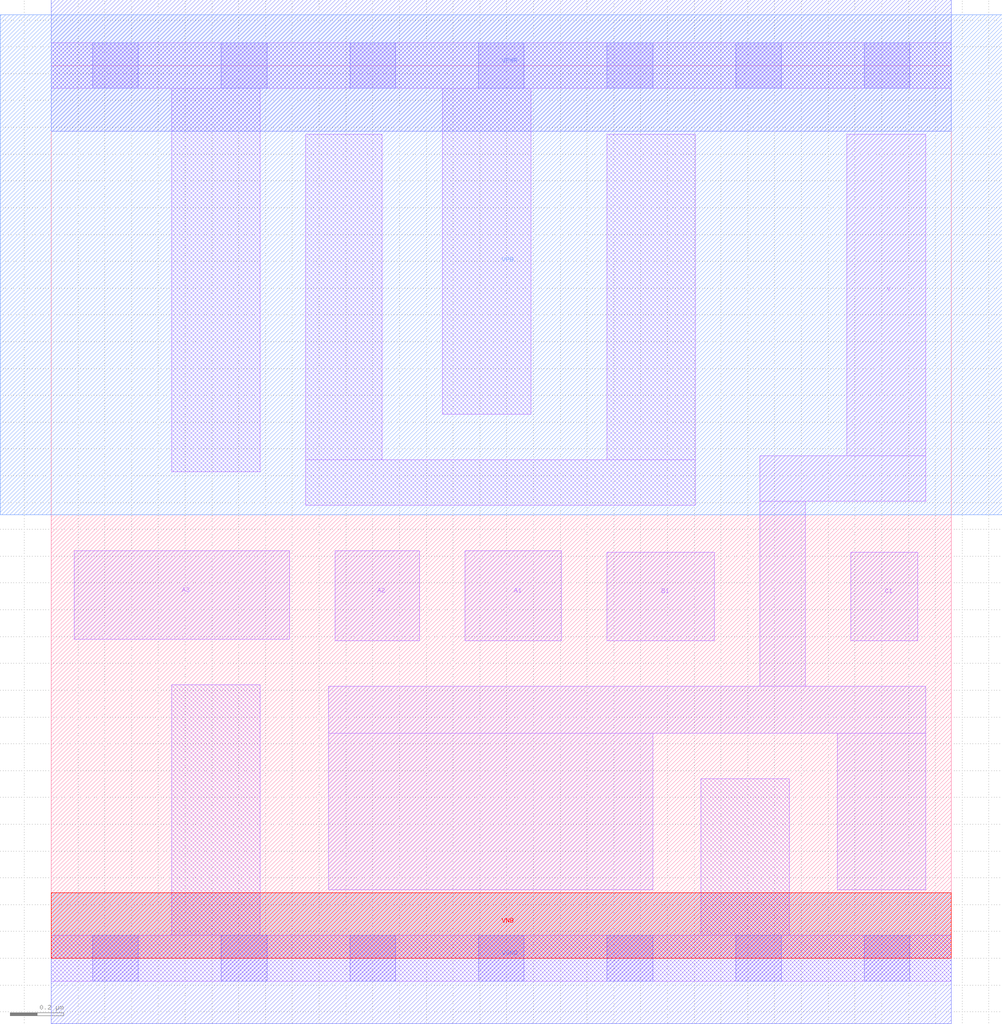
<source format=lef>
# Copyright 2020 The SkyWater PDK Authors
#
# Licensed under the Apache License, Version 2.0 (the "License");
# you may not use this file except in compliance with the License.
# You may obtain a copy of the License at
#
#     https://www.apache.org/licenses/LICENSE-2.0
#
# Unless required by applicable law or agreed to in writing, software
# distributed under the License is distributed on an "AS IS" BASIS,
# WITHOUT WARRANTIES OR CONDITIONS OF ANY KIND, either express or implied.
# See the License for the specific language governing permissions and
# limitations under the License.
#
# SPDX-License-Identifier: Apache-2.0

VERSION 5.7 ;
  NOWIREEXTENSIONATPIN ON ;
  DIVIDERCHAR "/" ;
  BUSBITCHARS "[]" ;
MACRO sky130_fd_sc_lp__a311oi_1
  CLASS CORE ;
  FOREIGN sky130_fd_sc_lp__a311oi_1 ;
  ORIGIN  0.000000  0.000000 ;
  SIZE  3.360000 BY  3.330000 ;
  SYMMETRY X Y R90 ;
  SITE unit ;
  PIN A1
    ANTENNAGATEAREA  0.315000 ;
    DIRECTION INPUT ;
    USE SIGNAL ;
    PORT
      LAYER li1 ;
        RECT 1.545000 1.185000 1.905000 1.520000 ;
    END
  END A1
  PIN A2
    ANTENNAGATEAREA  0.315000 ;
    DIRECTION INPUT ;
    USE SIGNAL ;
    PORT
      LAYER li1 ;
        RECT 1.060000 1.185000 1.375000 1.520000 ;
    END
  END A2
  PIN A3
    ANTENNAGATEAREA  0.315000 ;
    DIRECTION INPUT ;
    USE SIGNAL ;
    PORT
      LAYER li1 ;
        RECT 0.085000 1.190000 0.890000 1.520000 ;
    END
  END A3
  PIN B1
    ANTENNAGATEAREA  0.315000 ;
    DIRECTION INPUT ;
    USE SIGNAL ;
    PORT
      LAYER li1 ;
        RECT 2.075000 1.185000 2.475000 1.515000 ;
    END
  END B1
  PIN C1
    ANTENNAGATEAREA  0.315000 ;
    DIRECTION INPUT ;
    USE SIGNAL ;
    PORT
      LAYER li1 ;
        RECT 2.985000 1.185000 3.235000 1.515000 ;
    END
  END C1
  PIN Y
    ANTENNADIFFAREA  0.909300 ;
    DIRECTION OUTPUT ;
    USE SIGNAL ;
    PORT
      LAYER li1 ;
        RECT 1.035000 0.255000 2.245000 0.840000 ;
        RECT 1.035000 0.840000 3.265000 1.015000 ;
        RECT 2.645000 1.015000 2.815000 1.705000 ;
        RECT 2.645000 1.705000 3.265000 1.875000 ;
        RECT 2.935000 0.255000 3.265000 0.840000 ;
        RECT 2.970000 1.875000 3.265000 3.075000 ;
    END
  END Y
  PIN VGND
    DIRECTION INOUT ;
    USE GROUND ;
    PORT
      LAYER met1 ;
        RECT 0.000000 -0.245000 3.360000 0.245000 ;
    END
  END VGND
  PIN VNB
    DIRECTION INOUT ;
    USE GROUND ;
    PORT
      LAYER pwell ;
        RECT 0.000000 0.000000 3.360000 0.245000 ;
    END
  END VNB
  PIN VPB
    DIRECTION INOUT ;
    USE POWER ;
    PORT
      LAYER nwell ;
        RECT -0.190000 1.655000 3.550000 3.520000 ;
    END
  END VPB
  PIN VPWR
    DIRECTION INOUT ;
    USE POWER ;
    PORT
      LAYER met1 ;
        RECT 0.000000 3.085000 3.360000 3.575000 ;
    END
  END VPWR
  OBS
    LAYER li1 ;
      RECT 0.000000 -0.085000 3.360000 0.085000 ;
      RECT 0.000000  3.245000 3.360000 3.415000 ;
      RECT 0.450000  0.085000 0.780000 1.020000 ;
      RECT 0.450000  1.815000 0.780000 3.245000 ;
      RECT 0.950000  1.690000 2.405000 1.860000 ;
      RECT 0.950000  1.860000 1.235000 3.075000 ;
      RECT 1.460000  2.030000 1.790000 3.245000 ;
      RECT 2.075000  1.860000 2.405000 3.075000 ;
      RECT 2.425000  0.085000 2.755000 0.670000 ;
    LAYER mcon ;
      RECT 0.155000 -0.085000 0.325000 0.085000 ;
      RECT 0.155000  3.245000 0.325000 3.415000 ;
      RECT 0.635000 -0.085000 0.805000 0.085000 ;
      RECT 0.635000  3.245000 0.805000 3.415000 ;
      RECT 1.115000 -0.085000 1.285000 0.085000 ;
      RECT 1.115000  3.245000 1.285000 3.415000 ;
      RECT 1.595000 -0.085000 1.765000 0.085000 ;
      RECT 1.595000  3.245000 1.765000 3.415000 ;
      RECT 2.075000 -0.085000 2.245000 0.085000 ;
      RECT 2.075000  3.245000 2.245000 3.415000 ;
      RECT 2.555000 -0.085000 2.725000 0.085000 ;
      RECT 2.555000  3.245000 2.725000 3.415000 ;
      RECT 3.035000 -0.085000 3.205000 0.085000 ;
      RECT 3.035000  3.245000 3.205000 3.415000 ;
  END
END sky130_fd_sc_lp__a311oi_1
END LIBRARY

</source>
